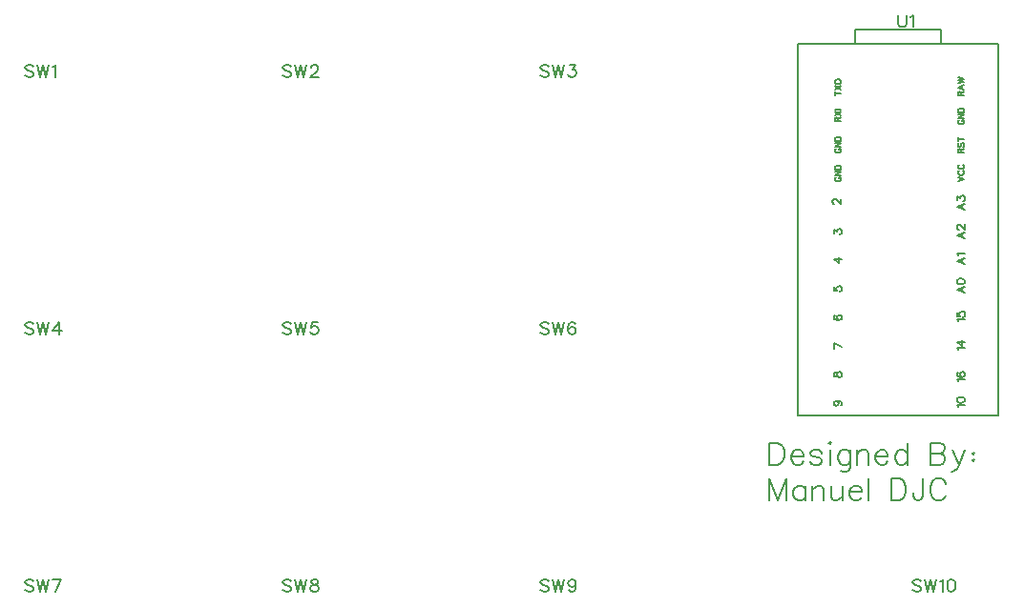
<source format=gto>
G04 Layer: TopSilkscreenLayer*
G04 EasyEDA v6.5.15, 2022-10-06 21:05:49*
G04 02616795a82046b39c2d9b7b0e6847de,2aca8c30024240cd9b3e98be76b4c399,10*
G04 Gerber Generator version 0.2*
G04 Scale: 100 percent, Rotated: No, Reflected: No *
G04 Dimensions in millimeters *
G04 leading zeros omitted , absolute positions ,4 integer and 5 decimal *
%FSLAX45Y45*%
%MOMM*%

%ADD10C,0.2032*%
%ADD11C,0.1524*%
%ADD12C,0.2032*%

%LPD*%
D10*
X9398025Y-5065572D02*
G01*
X9398025Y-5259628D01*
X9398025Y-5065572D02*
G01*
X9462541Y-5065572D01*
X9490481Y-5074970D01*
X9508769Y-5093512D01*
X9518167Y-5111800D01*
X9527311Y-5139486D01*
X9527311Y-5185714D01*
X9518167Y-5213400D01*
X9508769Y-5231942D01*
X9490481Y-5250484D01*
X9462541Y-5259628D01*
X9398025Y-5259628D01*
X9588271Y-5185714D02*
G01*
X9699015Y-5185714D01*
X9699015Y-5167172D01*
X9689871Y-5148884D01*
X9680727Y-5139486D01*
X9662185Y-5130342D01*
X9634499Y-5130342D01*
X9615957Y-5139486D01*
X9597415Y-5158028D01*
X9588271Y-5185714D01*
X9588271Y-5204256D01*
X9597415Y-5231942D01*
X9615957Y-5250484D01*
X9634499Y-5259628D01*
X9662185Y-5259628D01*
X9680727Y-5250484D01*
X9699015Y-5231942D01*
X9861575Y-5158028D02*
G01*
X9852431Y-5139486D01*
X9824745Y-5130342D01*
X9797059Y-5130342D01*
X9769373Y-5139486D01*
X9759975Y-5158028D01*
X9769373Y-5176570D01*
X9787661Y-5185714D01*
X9833889Y-5195112D01*
X9852431Y-5204256D01*
X9861575Y-5222798D01*
X9861575Y-5231942D01*
X9852431Y-5250484D01*
X9824745Y-5259628D01*
X9797059Y-5259628D01*
X9769373Y-5250484D01*
X9759975Y-5231942D01*
X9922535Y-5065572D02*
G01*
X9931933Y-5074970D01*
X9941077Y-5065572D01*
X9931933Y-5056428D01*
X9922535Y-5065572D01*
X9931933Y-5130342D02*
G01*
X9931933Y-5259628D01*
X10112781Y-5130342D02*
G01*
X10112781Y-5278170D01*
X10103637Y-5305856D01*
X10094493Y-5315000D01*
X10075951Y-5324398D01*
X10048265Y-5324398D01*
X10029723Y-5315000D01*
X10112781Y-5158028D02*
G01*
X10094493Y-5139486D01*
X10075951Y-5130342D01*
X10048265Y-5130342D01*
X10029723Y-5139486D01*
X10011181Y-5158028D01*
X10002037Y-5185714D01*
X10002037Y-5204256D01*
X10011181Y-5231942D01*
X10029723Y-5250484D01*
X10048265Y-5259628D01*
X10075951Y-5259628D01*
X10094493Y-5250484D01*
X10112781Y-5231942D01*
X10173741Y-5130342D02*
G01*
X10173741Y-5259628D01*
X10173741Y-5167172D02*
G01*
X10201681Y-5139486D01*
X10219969Y-5130342D01*
X10247655Y-5130342D01*
X10266197Y-5139486D01*
X10275341Y-5167172D01*
X10275341Y-5259628D01*
X10336301Y-5185714D02*
G01*
X10447299Y-5185714D01*
X10447299Y-5167172D01*
X10437901Y-5148884D01*
X10428757Y-5139486D01*
X10410215Y-5130342D01*
X10382529Y-5130342D01*
X10364241Y-5139486D01*
X10345699Y-5158028D01*
X10336301Y-5185714D01*
X10336301Y-5204256D01*
X10345699Y-5231942D01*
X10364241Y-5250484D01*
X10382529Y-5259628D01*
X10410215Y-5259628D01*
X10428757Y-5250484D01*
X10447299Y-5231942D01*
X10619003Y-5065572D02*
G01*
X10619003Y-5259628D01*
X10619003Y-5158028D02*
G01*
X10600461Y-5139486D01*
X10582173Y-5130342D01*
X10554487Y-5130342D01*
X10535945Y-5139486D01*
X10517403Y-5158028D01*
X10508259Y-5185714D01*
X10508259Y-5204256D01*
X10517403Y-5231942D01*
X10535945Y-5250484D01*
X10554487Y-5259628D01*
X10582173Y-5259628D01*
X10600461Y-5250484D01*
X10619003Y-5231942D01*
X10822203Y-5065572D02*
G01*
X10822203Y-5259628D01*
X10822203Y-5065572D02*
G01*
X10905261Y-5065572D01*
X10933201Y-5074970D01*
X10942345Y-5084114D01*
X10951489Y-5102656D01*
X10951489Y-5121198D01*
X10942345Y-5139486D01*
X10933201Y-5148884D01*
X10905261Y-5158028D01*
X10822203Y-5158028D02*
G01*
X10905261Y-5158028D01*
X10933201Y-5167172D01*
X10942345Y-5176570D01*
X10951489Y-5195112D01*
X10951489Y-5222798D01*
X10942345Y-5241086D01*
X10933201Y-5250484D01*
X10905261Y-5259628D01*
X10822203Y-5259628D01*
X11021847Y-5130342D02*
G01*
X11077219Y-5259628D01*
X11132591Y-5130342D02*
G01*
X11077219Y-5259628D01*
X11058677Y-5296712D01*
X11040135Y-5315000D01*
X11021847Y-5324398D01*
X11012449Y-5324398D01*
X11202695Y-5148884D02*
G01*
X11193551Y-5158028D01*
X11202695Y-5167172D01*
X11212093Y-5158028D01*
X11202695Y-5148884D01*
X11202695Y-5213400D02*
G01*
X11193551Y-5222798D01*
X11202695Y-5231942D01*
X11212093Y-5222798D01*
X11202695Y-5213400D01*
X9398000Y-5383021D02*
G01*
X9398000Y-5576823D01*
X9398000Y-5383021D02*
G01*
X9471913Y-5576823D01*
X9545827Y-5383021D02*
G01*
X9471913Y-5576823D01*
X9545827Y-5383021D02*
G01*
X9545827Y-5576823D01*
X9717531Y-5447537D02*
G01*
X9717531Y-5576823D01*
X9717531Y-5475223D02*
G01*
X9698990Y-5456936D01*
X9680702Y-5447537D01*
X9653015Y-5447537D01*
X9634474Y-5456936D01*
X9615931Y-5475223D01*
X9606788Y-5502910D01*
X9606788Y-5521452D01*
X9615931Y-5549137D01*
X9634474Y-5567679D01*
X9653015Y-5576823D01*
X9680702Y-5576823D01*
X9698990Y-5567679D01*
X9717531Y-5549137D01*
X9778491Y-5447537D02*
G01*
X9778491Y-5576823D01*
X9778491Y-5484621D02*
G01*
X9806177Y-5456936D01*
X9824720Y-5447537D01*
X9852406Y-5447537D01*
X9870947Y-5456936D01*
X9880091Y-5484621D01*
X9880091Y-5576823D01*
X9941052Y-5447537D02*
G01*
X9941052Y-5539994D01*
X9950450Y-5567679D01*
X9968738Y-5576823D01*
X9996424Y-5576823D01*
X10014965Y-5567679D01*
X10042652Y-5539994D01*
X10042652Y-5447537D02*
G01*
X10042652Y-5576823D01*
X10103611Y-5502910D02*
G01*
X10214609Y-5502910D01*
X10214609Y-5484621D01*
X10205211Y-5466079D01*
X10196068Y-5456936D01*
X10177525Y-5447537D01*
X10149840Y-5447537D01*
X10131297Y-5456936D01*
X10113009Y-5475223D01*
X10103611Y-5502910D01*
X10103611Y-5521452D01*
X10113009Y-5549137D01*
X10131297Y-5567679D01*
X10149840Y-5576823D01*
X10177525Y-5576823D01*
X10196068Y-5567679D01*
X10214609Y-5549137D01*
X10275570Y-5383021D02*
G01*
X10275570Y-5576823D01*
X10478770Y-5383021D02*
G01*
X10478770Y-5576823D01*
X10478770Y-5383021D02*
G01*
X10543286Y-5383021D01*
X10570972Y-5392165D01*
X10589513Y-5410707D01*
X10598658Y-5429250D01*
X10608056Y-5456936D01*
X10608056Y-5502910D01*
X10598658Y-5530850D01*
X10589513Y-5549137D01*
X10570972Y-5567679D01*
X10543286Y-5576823D01*
X10478770Y-5576823D01*
X10761218Y-5383021D02*
G01*
X10761218Y-5530850D01*
X10752074Y-5558536D01*
X10742929Y-5567679D01*
X10724388Y-5576823D01*
X10705845Y-5576823D01*
X10687304Y-5567679D01*
X10678159Y-5558536D01*
X10669015Y-5530850D01*
X10669015Y-5512307D01*
X10960861Y-5429250D02*
G01*
X10951463Y-5410707D01*
X10933175Y-5392165D01*
X10914634Y-5383021D01*
X10877550Y-5383021D01*
X10859261Y-5392165D01*
X10840720Y-5410707D01*
X10831575Y-5429250D01*
X10822177Y-5456936D01*
X10822177Y-5502910D01*
X10831575Y-5530850D01*
X10840720Y-5549137D01*
X10859261Y-5567679D01*
X10877550Y-5576823D01*
X10914634Y-5576823D01*
X10933175Y-5567679D01*
X10951463Y-5549137D01*
X10960861Y-5530850D01*
D11*
X10541000Y-1262634D02*
G01*
X10541000Y-1340357D01*
X10546079Y-1356105D01*
X10556493Y-1366520D01*
X10572241Y-1371600D01*
X10582656Y-1371600D01*
X10598150Y-1366520D01*
X10608563Y-1356105D01*
X10613643Y-1340357D01*
X10613643Y-1262634D01*
X10647934Y-1283207D02*
G01*
X10658347Y-1278128D01*
X10674095Y-1262634D01*
X10674095Y-1371600D01*
X9990327Y-4692142D02*
G01*
X10000741Y-4695444D01*
X10007600Y-4702555D01*
X10011156Y-4712970D01*
X10011156Y-4716271D01*
X10007600Y-4726686D01*
X10000741Y-4733544D01*
X9990327Y-4737100D01*
X9986772Y-4737100D01*
X9976358Y-4733544D01*
X9969500Y-4726686D01*
X9965943Y-4716271D01*
X9965943Y-4712970D01*
X9969500Y-4702555D01*
X9976358Y-4695444D01*
X9990327Y-4692142D01*
X10007600Y-4692142D01*
X10024872Y-4695444D01*
X10035286Y-4702555D01*
X10038841Y-4712970D01*
X10038841Y-4719828D01*
X10035286Y-4730242D01*
X10028427Y-4733544D01*
X9965943Y-4465828D02*
G01*
X9969500Y-4476242D01*
X9976358Y-4479544D01*
X9983470Y-4479544D01*
X9990327Y-4476242D01*
X9993629Y-4469129D01*
X9997186Y-4455413D01*
X10000741Y-4445000D01*
X10007600Y-4438142D01*
X10014458Y-4434586D01*
X10024872Y-4434586D01*
X10031729Y-4438142D01*
X10035286Y-4441444D01*
X10038841Y-4451857D01*
X10038841Y-4465828D01*
X10035286Y-4476242D01*
X10031729Y-4479544D01*
X10024872Y-4483100D01*
X10014458Y-4483100D01*
X10007600Y-4479544D01*
X10000741Y-4472686D01*
X9997186Y-4462271D01*
X9993629Y-4448555D01*
X9990327Y-4441444D01*
X9983470Y-4438142D01*
X9976358Y-4438142D01*
X9969500Y-4441444D01*
X9965943Y-4451857D01*
X9965943Y-4465828D01*
X9965943Y-4180586D02*
G01*
X10038841Y-4215129D01*
X9965943Y-4229100D02*
G01*
X9965943Y-4180586D01*
X9976358Y-3933444D02*
G01*
X9969500Y-3937000D01*
X9965943Y-3947413D01*
X9965943Y-3954271D01*
X9969500Y-3964686D01*
X9979913Y-3971544D01*
X9997186Y-3975100D01*
X10014458Y-3975100D01*
X10028427Y-3971544D01*
X10035286Y-3964686D01*
X10038841Y-3954271D01*
X10038841Y-3950970D01*
X10035286Y-3940555D01*
X10028427Y-3933444D01*
X10018013Y-3930142D01*
X10014458Y-3930142D01*
X10004043Y-3933444D01*
X9997186Y-3940555D01*
X9993629Y-3950970D01*
X9993629Y-3954271D01*
X9997186Y-3964686D01*
X10004043Y-3971544D01*
X10014458Y-3975100D01*
X9965943Y-3679444D02*
G01*
X9965943Y-3714242D01*
X9997186Y-3717544D01*
X9993629Y-3714242D01*
X9990327Y-3703828D01*
X9990327Y-3693413D01*
X9993629Y-3683000D01*
X10000741Y-3676142D01*
X10011156Y-3672586D01*
X10018013Y-3672586D01*
X10028427Y-3676142D01*
X10035286Y-3683000D01*
X10038841Y-3693413D01*
X10038841Y-3703828D01*
X10035286Y-3714242D01*
X10031729Y-3717544D01*
X10024872Y-3721100D01*
X9965943Y-3432555D02*
G01*
X10014458Y-3467100D01*
X10014458Y-3415029D01*
X9965943Y-3432555D02*
G01*
X10038841Y-3432555D01*
X9965943Y-3206242D02*
G01*
X9965943Y-3168142D01*
X9993629Y-3188970D01*
X9993629Y-3178555D01*
X9997186Y-3171444D01*
X10000741Y-3168142D01*
X10011156Y-3164586D01*
X10018013Y-3164586D01*
X10028427Y-3168142D01*
X10035286Y-3175000D01*
X10038841Y-3185413D01*
X10038841Y-3195828D01*
X10035286Y-3206242D01*
X10031729Y-3209544D01*
X10024872Y-3213100D01*
X9973056Y-2942844D02*
G01*
X9969500Y-2942844D01*
X9962641Y-2939542D01*
X9959086Y-2935986D01*
X9955529Y-2929128D01*
X9955529Y-2915157D01*
X9959086Y-2908300D01*
X9962641Y-2904744D01*
X9969500Y-2901442D01*
X9976358Y-2901442D01*
X9983215Y-2904744D01*
X9993629Y-2911855D01*
X10028427Y-2946400D01*
X10028427Y-2897886D01*
X9989820Y-2705100D02*
G01*
X9984740Y-2707639D01*
X9979659Y-2712720D01*
X9977120Y-2717800D01*
X9977120Y-2727960D01*
X9979659Y-2733039D01*
X9984740Y-2738120D01*
X9989820Y-2740660D01*
X9997440Y-2743200D01*
X10010140Y-2743200D01*
X10017759Y-2740660D01*
X10022840Y-2738120D01*
X10027920Y-2733039D01*
X10030459Y-2727960D01*
X10030459Y-2717800D01*
X10027920Y-2712720D01*
X10022840Y-2707639D01*
X10017759Y-2705100D01*
X10010140Y-2705100D01*
X10010140Y-2717800D02*
G01*
X10010140Y-2705100D01*
X9977120Y-2688336D02*
G01*
X10030459Y-2688336D01*
X9977120Y-2688336D02*
G01*
X10030459Y-2652776D01*
X9977120Y-2652776D02*
G01*
X10030459Y-2652776D01*
X9977120Y-2636012D02*
G01*
X10030459Y-2636012D01*
X9977120Y-2636012D02*
G01*
X9977120Y-2618231D01*
X9979659Y-2610612D01*
X9984740Y-2605531D01*
X9989820Y-2602992D01*
X9997440Y-2600452D01*
X10010140Y-2600452D01*
X10017759Y-2602992D01*
X10022840Y-2605531D01*
X10027920Y-2610612D01*
X10030459Y-2618231D01*
X10030459Y-2636012D01*
X9989820Y-2451100D02*
G01*
X9984740Y-2453639D01*
X9979659Y-2458720D01*
X9977120Y-2463800D01*
X9977120Y-2473960D01*
X9979659Y-2479039D01*
X9984740Y-2484120D01*
X9989820Y-2486660D01*
X9997440Y-2489200D01*
X10010140Y-2489200D01*
X10017759Y-2486660D01*
X10022840Y-2484120D01*
X10027920Y-2479039D01*
X10030459Y-2473960D01*
X10030459Y-2463800D01*
X10027920Y-2458720D01*
X10022840Y-2453639D01*
X10017759Y-2451100D01*
X10010140Y-2451100D01*
X10010140Y-2463800D02*
G01*
X10010140Y-2451100D01*
X9977120Y-2434336D02*
G01*
X10030459Y-2434336D01*
X9977120Y-2434336D02*
G01*
X10030459Y-2398776D01*
X9977120Y-2398776D02*
G01*
X10030459Y-2398776D01*
X9977120Y-2382012D02*
G01*
X10030459Y-2382012D01*
X9977120Y-2382012D02*
G01*
X9977120Y-2364231D01*
X9979659Y-2356612D01*
X9984740Y-2351531D01*
X9989820Y-2348992D01*
X9997440Y-2346452D01*
X10010140Y-2346452D01*
X10017759Y-2348992D01*
X10022840Y-2351531D01*
X10027920Y-2356612D01*
X10030459Y-2364231D01*
X10030459Y-2382012D01*
X9977120Y-2209800D02*
G01*
X10030459Y-2209800D01*
X9977120Y-2209800D02*
G01*
X9977120Y-2186939D01*
X9979659Y-2179320D01*
X9982200Y-2176779D01*
X9987279Y-2174239D01*
X9992359Y-2174239D01*
X9997440Y-2176779D01*
X9999979Y-2179320D01*
X10002520Y-2186939D01*
X10002520Y-2209800D01*
X10002520Y-2192020D02*
G01*
X10030459Y-2174239D01*
X9977120Y-2157476D02*
G01*
X10030459Y-2121915D01*
X9977120Y-2121915D02*
G01*
X10030459Y-2157476D01*
X9977120Y-2105152D02*
G01*
X10030459Y-2105152D01*
X9977120Y-1963420D02*
G01*
X10030459Y-1963420D01*
X9977120Y-1981200D02*
G01*
X9977120Y-1945639D01*
X9977120Y-1928876D02*
G01*
X10030459Y-1893315D01*
X9977120Y-1893315D02*
G01*
X10030459Y-1928876D01*
X9977120Y-1861312D02*
G01*
X9979659Y-1866392D01*
X9984740Y-1871471D01*
X9989820Y-1874012D01*
X9997440Y-1876552D01*
X10010140Y-1876552D01*
X10017759Y-1874012D01*
X10022840Y-1871471D01*
X10027920Y-1866392D01*
X10030459Y-1861312D01*
X10030459Y-1851152D01*
X10027920Y-1846071D01*
X10022840Y-1840992D01*
X10017759Y-1838452D01*
X10010140Y-1835912D01*
X9997440Y-1835912D01*
X9989820Y-1838452D01*
X9984740Y-1840992D01*
X9979659Y-1846071D01*
X9977120Y-1851152D01*
X9977120Y-1861312D01*
X11069320Y-1981200D02*
G01*
X11122659Y-1981200D01*
X11069320Y-1981200D02*
G01*
X11069320Y-1958339D01*
X11071859Y-1950720D01*
X11074400Y-1948179D01*
X11079479Y-1945639D01*
X11084559Y-1945639D01*
X11089640Y-1948179D01*
X11092179Y-1950720D01*
X11094720Y-1958339D01*
X11094720Y-1981200D01*
X11094720Y-1963420D02*
G01*
X11122659Y-1945639D01*
X11069320Y-1908555D02*
G01*
X11122659Y-1928876D01*
X11069320Y-1908555D02*
G01*
X11122659Y-1888236D01*
X11104879Y-1921255D02*
G01*
X11104879Y-1895855D01*
X11069320Y-1871471D02*
G01*
X11122659Y-1858771D01*
X11069320Y-1846071D02*
G01*
X11122659Y-1858771D01*
X11069320Y-1846071D02*
G01*
X11122659Y-1833371D01*
X11069320Y-1820671D02*
G01*
X11122659Y-1833371D01*
X11082020Y-2197100D02*
G01*
X11076940Y-2199639D01*
X11071859Y-2204720D01*
X11069320Y-2209800D01*
X11069320Y-2219960D01*
X11071859Y-2225039D01*
X11076940Y-2230120D01*
X11082020Y-2232660D01*
X11089640Y-2235200D01*
X11102340Y-2235200D01*
X11109959Y-2232660D01*
X11115040Y-2230120D01*
X11120120Y-2225039D01*
X11122659Y-2219960D01*
X11122659Y-2209800D01*
X11120120Y-2204720D01*
X11115040Y-2199639D01*
X11109959Y-2197100D01*
X11102340Y-2197100D01*
X11102340Y-2209800D02*
G01*
X11102340Y-2197100D01*
X11069320Y-2180336D02*
G01*
X11122659Y-2180336D01*
X11069320Y-2180336D02*
G01*
X11122659Y-2144776D01*
X11069320Y-2144776D02*
G01*
X11122659Y-2144776D01*
X11069320Y-2128012D02*
G01*
X11122659Y-2128012D01*
X11069320Y-2128012D02*
G01*
X11069320Y-2110231D01*
X11071859Y-2102612D01*
X11076940Y-2097531D01*
X11082020Y-2094992D01*
X11089640Y-2092452D01*
X11102340Y-2092452D01*
X11109959Y-2094992D01*
X11115040Y-2097531D01*
X11120120Y-2102612D01*
X11122659Y-2110231D01*
X11122659Y-2128012D01*
X11069320Y-2489200D02*
G01*
X11122659Y-2489200D01*
X11069320Y-2489200D02*
G01*
X11069320Y-2466339D01*
X11071859Y-2458720D01*
X11074400Y-2456179D01*
X11079479Y-2453639D01*
X11084559Y-2453639D01*
X11089640Y-2456179D01*
X11092179Y-2458720D01*
X11094720Y-2466339D01*
X11094720Y-2489200D01*
X11094720Y-2471420D02*
G01*
X11122659Y-2453639D01*
X11076940Y-2401315D02*
G01*
X11071859Y-2406395D01*
X11069320Y-2414015D01*
X11069320Y-2424176D01*
X11071859Y-2431795D01*
X11076940Y-2436876D01*
X11082020Y-2436876D01*
X11087100Y-2434336D01*
X11089640Y-2431795D01*
X11092179Y-2426715D01*
X11097259Y-2411476D01*
X11099800Y-2406395D01*
X11102340Y-2403855D01*
X11107420Y-2401315D01*
X11115040Y-2401315D01*
X11120120Y-2406395D01*
X11122659Y-2414015D01*
X11122659Y-2424176D01*
X11120120Y-2431795D01*
X11115040Y-2436876D01*
X11069320Y-2366771D02*
G01*
X11122659Y-2366771D01*
X11069320Y-2384552D02*
G01*
X11069320Y-2348992D01*
X11069320Y-2743200D02*
G01*
X11122659Y-2722879D01*
X11069320Y-2702560D02*
G01*
X11122659Y-2722879D01*
X11082020Y-2647695D02*
G01*
X11076940Y-2650236D01*
X11071859Y-2655315D01*
X11069320Y-2660395D01*
X11069320Y-2670555D01*
X11071859Y-2675636D01*
X11076940Y-2680715D01*
X11082020Y-2683255D01*
X11089640Y-2685795D01*
X11102340Y-2685795D01*
X11109959Y-2683255D01*
X11115040Y-2680715D01*
X11120120Y-2675636D01*
X11122659Y-2670555D01*
X11122659Y-2660395D01*
X11120120Y-2655315D01*
X11115040Y-2650236D01*
X11109959Y-2647695D01*
X11082020Y-2592831D02*
G01*
X11076940Y-2595371D01*
X11071859Y-2600452D01*
X11069320Y-2605531D01*
X11069320Y-2615692D01*
X11071859Y-2620771D01*
X11076940Y-2625852D01*
X11082020Y-2628392D01*
X11089640Y-2630931D01*
X11102340Y-2630931D01*
X11109959Y-2628392D01*
X11115040Y-2625852D01*
X11120120Y-2620771D01*
X11122659Y-2615692D01*
X11122659Y-2605531D01*
X11120120Y-2600452D01*
X11115040Y-2595371D01*
X11109959Y-2592831D01*
X11058143Y-2969513D02*
G01*
X11131041Y-2997200D01*
X11058143Y-2969513D02*
G01*
X11131041Y-2941828D01*
X11106658Y-2986786D02*
G01*
X11106658Y-2952242D01*
X11058143Y-2912110D02*
G01*
X11058143Y-2874010D01*
X11085829Y-2894584D01*
X11085829Y-2884170D01*
X11089386Y-2877312D01*
X11092941Y-2874010D01*
X11103356Y-2870454D01*
X11110213Y-2870454D01*
X11120627Y-2874010D01*
X11127486Y-2880868D01*
X11131041Y-2891281D01*
X11131041Y-2901695D01*
X11127486Y-2912110D01*
X11123929Y-2915412D01*
X11117072Y-2918968D01*
X11058143Y-3223513D02*
G01*
X11131041Y-3251200D01*
X11058143Y-3223513D02*
G01*
X11131041Y-3195828D01*
X11106658Y-3240786D02*
G01*
X11106658Y-3206242D01*
X11075670Y-3169412D02*
G01*
X11072113Y-3169412D01*
X11065256Y-3166110D01*
X11061700Y-3162554D01*
X11058143Y-3155695D01*
X11058143Y-3141726D01*
X11061700Y-3134868D01*
X11065256Y-3131312D01*
X11072113Y-3128010D01*
X11078972Y-3128010D01*
X11085829Y-3131312D01*
X11096243Y-3138170D01*
X11131041Y-3172968D01*
X11131041Y-3124454D01*
X11058143Y-3452113D02*
G01*
X11131041Y-3479800D01*
X11058143Y-3452113D02*
G01*
X11131041Y-3424428D01*
X11106658Y-3469386D02*
G01*
X11106658Y-3434842D01*
X11072113Y-3401568D02*
G01*
X11068558Y-3394710D01*
X11058143Y-3384295D01*
X11131041Y-3384295D01*
X11058143Y-3706113D02*
G01*
X11131041Y-3733800D01*
X11058143Y-3706113D02*
G01*
X11131041Y-3678428D01*
X11106658Y-3723386D02*
G01*
X11106658Y-3688842D01*
X11058143Y-3634739D02*
G01*
X11061700Y-3645154D01*
X11072113Y-3652012D01*
X11089386Y-3655568D01*
X11099800Y-3655568D01*
X11117072Y-3652012D01*
X11127486Y-3645154D01*
X11131041Y-3634739D01*
X11131041Y-3627881D01*
X11127486Y-3617468D01*
X11117072Y-3610610D01*
X11099800Y-3607054D01*
X11089386Y-3607054D01*
X11072113Y-3610610D01*
X11061700Y-3617468D01*
X11058143Y-3627881D01*
X11058143Y-3634739D01*
X11072113Y-3987800D02*
G01*
X11068558Y-3980942D01*
X11058143Y-3970528D01*
X11131041Y-3970528D01*
X11058143Y-3906012D02*
G01*
X11058143Y-3940810D01*
X11089386Y-3944112D01*
X11085829Y-3940810D01*
X11082527Y-3930395D01*
X11082527Y-3919981D01*
X11085829Y-3909568D01*
X11092941Y-3902710D01*
X11103356Y-3899154D01*
X11110213Y-3899154D01*
X11120627Y-3902710D01*
X11127486Y-3909568D01*
X11131041Y-3919981D01*
X11131041Y-3930395D01*
X11127486Y-3940810D01*
X11123929Y-3944112D01*
X11117072Y-3947668D01*
X11072113Y-4241800D02*
G01*
X11068558Y-4234942D01*
X11058143Y-4224528D01*
X11131041Y-4224528D01*
X11058143Y-4166870D02*
G01*
X11106658Y-4201668D01*
X11106658Y-4149597D01*
X11058143Y-4166870D02*
G01*
X11131041Y-4166870D01*
X11072113Y-4521200D02*
G01*
X11068558Y-4514342D01*
X11058143Y-4503928D01*
X11131041Y-4503928D01*
X11068558Y-4439412D02*
G01*
X11061700Y-4442968D01*
X11058143Y-4453381D01*
X11058143Y-4460239D01*
X11061700Y-4470654D01*
X11072113Y-4477512D01*
X11089386Y-4481068D01*
X11106658Y-4481068D01*
X11120627Y-4477512D01*
X11127486Y-4470654D01*
X11131041Y-4460239D01*
X11131041Y-4456684D01*
X11127486Y-4446270D01*
X11120627Y-4439412D01*
X11110213Y-4436110D01*
X11106658Y-4436110D01*
X11096243Y-4439412D01*
X11089386Y-4446270D01*
X11085829Y-4456684D01*
X11085829Y-4460239D01*
X11089386Y-4470654D01*
X11096243Y-4477512D01*
X11106658Y-4481068D01*
X11072113Y-4749800D02*
G01*
X11068558Y-4742942D01*
X11058143Y-4732528D01*
X11131041Y-4732528D01*
X11058143Y-4688839D02*
G01*
X11061700Y-4699254D01*
X11072113Y-4706112D01*
X11089386Y-4709668D01*
X11099800Y-4709668D01*
X11117072Y-4706112D01*
X11127486Y-4699254D01*
X11131041Y-4688839D01*
X11131041Y-4681981D01*
X11127486Y-4671568D01*
X11117072Y-4664710D01*
X11099800Y-4661154D01*
X11089386Y-4661154D01*
X11072113Y-4664710D01*
X11061700Y-4671568D01*
X11058143Y-4681981D01*
X11058143Y-4688839D01*
X2866643Y-1722628D02*
G01*
X2856229Y-1712213D01*
X2840736Y-1707134D01*
X2819908Y-1707134D01*
X2804413Y-1712213D01*
X2794000Y-1722628D01*
X2794000Y-1733042D01*
X2799079Y-1743455D01*
X2804413Y-1748536D01*
X2814827Y-1753870D01*
X2846070Y-1764284D01*
X2856229Y-1769363D01*
X2861563Y-1774444D01*
X2866643Y-1784857D01*
X2866643Y-1800605D01*
X2856229Y-1811020D01*
X2840736Y-1816100D01*
X2819908Y-1816100D01*
X2804413Y-1811020D01*
X2794000Y-1800605D01*
X2900934Y-1707134D02*
G01*
X2927095Y-1816100D01*
X2953004Y-1707134D02*
G01*
X2927095Y-1816100D01*
X2953004Y-1707134D02*
G01*
X2978911Y-1816100D01*
X3004820Y-1707134D02*
G01*
X2978911Y-1816100D01*
X3039109Y-1727707D02*
G01*
X3049524Y-1722628D01*
X3065272Y-1707134D01*
X3065272Y-1816100D01*
X5152643Y-1722628D02*
G01*
X5142229Y-1712213D01*
X5126736Y-1707134D01*
X5105908Y-1707134D01*
X5090413Y-1712213D01*
X5080000Y-1722628D01*
X5080000Y-1733042D01*
X5085079Y-1743455D01*
X5090413Y-1748536D01*
X5100827Y-1753870D01*
X5132070Y-1764284D01*
X5142229Y-1769363D01*
X5147563Y-1774444D01*
X5152643Y-1784857D01*
X5152643Y-1800605D01*
X5142229Y-1811020D01*
X5126736Y-1816100D01*
X5105908Y-1816100D01*
X5090413Y-1811020D01*
X5080000Y-1800605D01*
X5186934Y-1707134D02*
G01*
X5213095Y-1816100D01*
X5239004Y-1707134D02*
G01*
X5213095Y-1816100D01*
X5239004Y-1707134D02*
G01*
X5264911Y-1816100D01*
X5290820Y-1707134D02*
G01*
X5264911Y-1816100D01*
X5330443Y-1733042D02*
G01*
X5330443Y-1727707D01*
X5335524Y-1717294D01*
X5340858Y-1712213D01*
X5351272Y-1707134D01*
X5372100Y-1707134D01*
X5382259Y-1712213D01*
X5387593Y-1717294D01*
X5392674Y-1727707D01*
X5392674Y-1738121D01*
X5387593Y-1748536D01*
X5377179Y-1764284D01*
X5325109Y-1816100D01*
X5398008Y-1816100D01*
X7438643Y-1722628D02*
G01*
X7428229Y-1712213D01*
X7412736Y-1707134D01*
X7391908Y-1707134D01*
X7376413Y-1712213D01*
X7366000Y-1722628D01*
X7366000Y-1733042D01*
X7371079Y-1743455D01*
X7376413Y-1748536D01*
X7386827Y-1753870D01*
X7418070Y-1764284D01*
X7428229Y-1769363D01*
X7433563Y-1774444D01*
X7438643Y-1784857D01*
X7438643Y-1800605D01*
X7428229Y-1811020D01*
X7412736Y-1816100D01*
X7391908Y-1816100D01*
X7376413Y-1811020D01*
X7366000Y-1800605D01*
X7472934Y-1707134D02*
G01*
X7499095Y-1816100D01*
X7525004Y-1707134D02*
G01*
X7499095Y-1816100D01*
X7525004Y-1707134D02*
G01*
X7550911Y-1816100D01*
X7576820Y-1707134D02*
G01*
X7550911Y-1816100D01*
X7621524Y-1707134D02*
G01*
X7678674Y-1707134D01*
X7647686Y-1748536D01*
X7663179Y-1748536D01*
X7673593Y-1753870D01*
X7678674Y-1758950D01*
X7684008Y-1774444D01*
X7684008Y-1784857D01*
X7678674Y-1800605D01*
X7668259Y-1811020D01*
X7652765Y-1816100D01*
X7637272Y-1816100D01*
X7621524Y-1811020D01*
X7616443Y-1805686D01*
X7611109Y-1795271D01*
X2866643Y-4008628D02*
G01*
X2856229Y-3998213D01*
X2840736Y-3993134D01*
X2819908Y-3993134D01*
X2804413Y-3998213D01*
X2794000Y-4008628D01*
X2794000Y-4019042D01*
X2799079Y-4029455D01*
X2804413Y-4034536D01*
X2814827Y-4039870D01*
X2846070Y-4050284D01*
X2856229Y-4055363D01*
X2861563Y-4060444D01*
X2866643Y-4070857D01*
X2866643Y-4086605D01*
X2856229Y-4097020D01*
X2840736Y-4102100D01*
X2819908Y-4102100D01*
X2804413Y-4097020D01*
X2794000Y-4086605D01*
X2900934Y-3993134D02*
G01*
X2927095Y-4102100D01*
X2953004Y-3993134D02*
G01*
X2927095Y-4102100D01*
X2953004Y-3993134D02*
G01*
X2978911Y-4102100D01*
X3004820Y-3993134D02*
G01*
X2978911Y-4102100D01*
X3091179Y-3993134D02*
G01*
X3039109Y-4065778D01*
X3117088Y-4065778D01*
X3091179Y-3993134D02*
G01*
X3091179Y-4102100D01*
X5152643Y-4008628D02*
G01*
X5142229Y-3998213D01*
X5126736Y-3993134D01*
X5105908Y-3993134D01*
X5090413Y-3998213D01*
X5080000Y-4008628D01*
X5080000Y-4019042D01*
X5085079Y-4029455D01*
X5090413Y-4034536D01*
X5100827Y-4039870D01*
X5132070Y-4050284D01*
X5142229Y-4055363D01*
X5147563Y-4060444D01*
X5152643Y-4070857D01*
X5152643Y-4086605D01*
X5142229Y-4097020D01*
X5126736Y-4102100D01*
X5105908Y-4102100D01*
X5090413Y-4097020D01*
X5080000Y-4086605D01*
X5186934Y-3993134D02*
G01*
X5213095Y-4102100D01*
X5239004Y-3993134D02*
G01*
X5213095Y-4102100D01*
X5239004Y-3993134D02*
G01*
X5264911Y-4102100D01*
X5290820Y-3993134D02*
G01*
X5264911Y-4102100D01*
X5387593Y-3993134D02*
G01*
X5335524Y-3993134D01*
X5330443Y-4039870D01*
X5335524Y-4034536D01*
X5351272Y-4029455D01*
X5366765Y-4029455D01*
X5382259Y-4034536D01*
X5392674Y-4044950D01*
X5398008Y-4060444D01*
X5398008Y-4070857D01*
X5392674Y-4086605D01*
X5382259Y-4097020D01*
X5366765Y-4102100D01*
X5351272Y-4102100D01*
X5335524Y-4097020D01*
X5330443Y-4091686D01*
X5325109Y-4081271D01*
X7438643Y-4008628D02*
G01*
X7428229Y-3998213D01*
X7412736Y-3993134D01*
X7391908Y-3993134D01*
X7376413Y-3998213D01*
X7366000Y-4008628D01*
X7366000Y-4019042D01*
X7371079Y-4029455D01*
X7376413Y-4034536D01*
X7386827Y-4039870D01*
X7418070Y-4050284D01*
X7428229Y-4055363D01*
X7433563Y-4060444D01*
X7438643Y-4070857D01*
X7438643Y-4086605D01*
X7428229Y-4097020D01*
X7412736Y-4102100D01*
X7391908Y-4102100D01*
X7376413Y-4097020D01*
X7366000Y-4086605D01*
X7472934Y-3993134D02*
G01*
X7499095Y-4102100D01*
X7525004Y-3993134D02*
G01*
X7499095Y-4102100D01*
X7525004Y-3993134D02*
G01*
X7550911Y-4102100D01*
X7576820Y-3993134D02*
G01*
X7550911Y-4102100D01*
X7673593Y-4008628D02*
G01*
X7668259Y-3998213D01*
X7652765Y-3993134D01*
X7642352Y-3993134D01*
X7626858Y-3998213D01*
X7616443Y-4013707D01*
X7611109Y-4039870D01*
X7611109Y-4065778D01*
X7616443Y-4086605D01*
X7626858Y-4097020D01*
X7642352Y-4102100D01*
X7647686Y-4102100D01*
X7663179Y-4097020D01*
X7673593Y-4086605D01*
X7678674Y-4070857D01*
X7678674Y-4065778D01*
X7673593Y-4050284D01*
X7663179Y-4039870D01*
X7647686Y-4034536D01*
X7642352Y-4034536D01*
X7626858Y-4039870D01*
X7616443Y-4050284D01*
X7611109Y-4065778D01*
X2866643Y-6294628D02*
G01*
X2856229Y-6284213D01*
X2840736Y-6279134D01*
X2819908Y-6279134D01*
X2804413Y-6284213D01*
X2794000Y-6294628D01*
X2794000Y-6305042D01*
X2799079Y-6315455D01*
X2804413Y-6320536D01*
X2814827Y-6325870D01*
X2846070Y-6336284D01*
X2856229Y-6341363D01*
X2861563Y-6346444D01*
X2866643Y-6356857D01*
X2866643Y-6372605D01*
X2856229Y-6383020D01*
X2840736Y-6388100D01*
X2819908Y-6388100D01*
X2804413Y-6383020D01*
X2794000Y-6372605D01*
X2900934Y-6279134D02*
G01*
X2927095Y-6388100D01*
X2953004Y-6279134D02*
G01*
X2927095Y-6388100D01*
X2953004Y-6279134D02*
G01*
X2978911Y-6388100D01*
X3004820Y-6279134D02*
G01*
X2978911Y-6388100D01*
X3112008Y-6279134D02*
G01*
X3059938Y-6388100D01*
X3039109Y-6279134D02*
G01*
X3112008Y-6279134D01*
X5152643Y-6294628D02*
G01*
X5142229Y-6284213D01*
X5126736Y-6279134D01*
X5105908Y-6279134D01*
X5090413Y-6284213D01*
X5080000Y-6294628D01*
X5080000Y-6305042D01*
X5085079Y-6315455D01*
X5090413Y-6320536D01*
X5100827Y-6325870D01*
X5132070Y-6336284D01*
X5142229Y-6341363D01*
X5147563Y-6346444D01*
X5152643Y-6356857D01*
X5152643Y-6372605D01*
X5142229Y-6383020D01*
X5126736Y-6388100D01*
X5105908Y-6388100D01*
X5090413Y-6383020D01*
X5080000Y-6372605D01*
X5186934Y-6279134D02*
G01*
X5213095Y-6388100D01*
X5239004Y-6279134D02*
G01*
X5213095Y-6388100D01*
X5239004Y-6279134D02*
G01*
X5264911Y-6388100D01*
X5290820Y-6279134D02*
G01*
X5264911Y-6388100D01*
X5351272Y-6279134D02*
G01*
X5335524Y-6284213D01*
X5330443Y-6294628D01*
X5330443Y-6305042D01*
X5335524Y-6315455D01*
X5345938Y-6320536D01*
X5366765Y-6325870D01*
X5382259Y-6330950D01*
X5392674Y-6341363D01*
X5398008Y-6351778D01*
X5398008Y-6367271D01*
X5392674Y-6377686D01*
X5387593Y-6383020D01*
X5372100Y-6388100D01*
X5351272Y-6388100D01*
X5335524Y-6383020D01*
X5330443Y-6377686D01*
X5325109Y-6367271D01*
X5325109Y-6351778D01*
X5330443Y-6341363D01*
X5340858Y-6330950D01*
X5356352Y-6325870D01*
X5377179Y-6320536D01*
X5387593Y-6315455D01*
X5392674Y-6305042D01*
X5392674Y-6294628D01*
X5387593Y-6284213D01*
X5372100Y-6279134D01*
X5351272Y-6279134D01*
X7438643Y-6294628D02*
G01*
X7428229Y-6284213D01*
X7412736Y-6279134D01*
X7391908Y-6279134D01*
X7376413Y-6284213D01*
X7366000Y-6294628D01*
X7366000Y-6305042D01*
X7371079Y-6315455D01*
X7376413Y-6320536D01*
X7386827Y-6325870D01*
X7418070Y-6336284D01*
X7428229Y-6341363D01*
X7433563Y-6346444D01*
X7438643Y-6356857D01*
X7438643Y-6372605D01*
X7428229Y-6383020D01*
X7412736Y-6388100D01*
X7391908Y-6388100D01*
X7376413Y-6383020D01*
X7366000Y-6372605D01*
X7472934Y-6279134D02*
G01*
X7499095Y-6388100D01*
X7525004Y-6279134D02*
G01*
X7499095Y-6388100D01*
X7525004Y-6279134D02*
G01*
X7550911Y-6388100D01*
X7576820Y-6279134D02*
G01*
X7550911Y-6388100D01*
X7678674Y-6315455D02*
G01*
X7673593Y-6330950D01*
X7663179Y-6341363D01*
X7647686Y-6346444D01*
X7642352Y-6346444D01*
X7626858Y-6341363D01*
X7616443Y-6330950D01*
X7611109Y-6315455D01*
X7611109Y-6310121D01*
X7616443Y-6294628D01*
X7626858Y-6284213D01*
X7642352Y-6279134D01*
X7647686Y-6279134D01*
X7663179Y-6284213D01*
X7673593Y-6294628D01*
X7678674Y-6315455D01*
X7678674Y-6341363D01*
X7673593Y-6367271D01*
X7663179Y-6383020D01*
X7647686Y-6388100D01*
X7637272Y-6388100D01*
X7621524Y-6383020D01*
X7616443Y-6372605D01*
X10740643Y-6294628D02*
G01*
X10730229Y-6284213D01*
X10714736Y-6279134D01*
X10693908Y-6279134D01*
X10678413Y-6284213D01*
X10668000Y-6294628D01*
X10668000Y-6305042D01*
X10673079Y-6315455D01*
X10678413Y-6320536D01*
X10688827Y-6325870D01*
X10720070Y-6336284D01*
X10730229Y-6341363D01*
X10735563Y-6346444D01*
X10740643Y-6356857D01*
X10740643Y-6372605D01*
X10730229Y-6383020D01*
X10714736Y-6388100D01*
X10693908Y-6388100D01*
X10678413Y-6383020D01*
X10668000Y-6372605D01*
X10774934Y-6279134D02*
G01*
X10801095Y-6388100D01*
X10827004Y-6279134D02*
G01*
X10801095Y-6388100D01*
X10827004Y-6279134D02*
G01*
X10852911Y-6388100D01*
X10878820Y-6279134D02*
G01*
X10852911Y-6388100D01*
X10913109Y-6299707D02*
G01*
X10923524Y-6294628D01*
X10939272Y-6279134D01*
X10939272Y-6388100D01*
X11004550Y-6279134D02*
G01*
X10989056Y-6284213D01*
X10978641Y-6299707D01*
X10973561Y-6325870D01*
X10973561Y-6341363D01*
X10978641Y-6367271D01*
X10989056Y-6383020D01*
X11004550Y-6388100D01*
X11014963Y-6388100D01*
X11030711Y-6383020D01*
X11041125Y-6367271D01*
X11046206Y-6341363D01*
X11046206Y-6325870D01*
X11041125Y-6299707D01*
X11030711Y-6284213D01*
X11014963Y-6279134D01*
X11004550Y-6279134D01*
D12*
X9652000Y-1524000D02*
G01*
X9652000Y-4826000D01*
X11430000Y-4826000D01*
X11430000Y-1524000D01*
X9652000Y-1524000D01*
D10*
X10160000Y-1524000D02*
G01*
X10160000Y-1397000D01*
X10160000Y-1397000D02*
G01*
X10922000Y-1397000D01*
X10922000Y-1397000D02*
G01*
X10922000Y-1524000D01*
M02*

</source>
